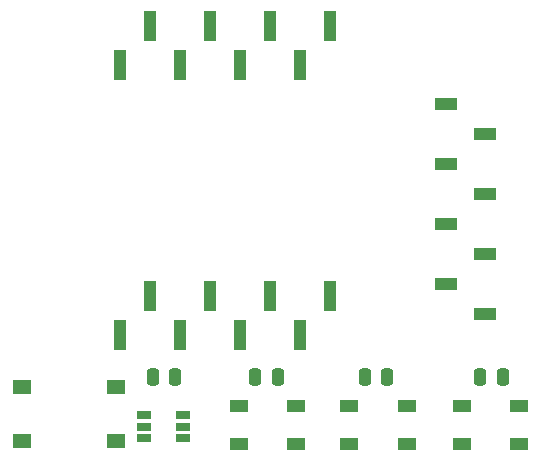
<source format=gtp>
%TF.GenerationSoftware,KiCad,Pcbnew,7.0.1*%
%TF.CreationDate,2023-03-22T16:32:41+01:00*%
%TF.ProjectId,iaq_device,6961715f-6465-4766-9963-652e6b696361,rev?*%
%TF.SameCoordinates,Original*%
%TF.FileFunction,Paste,Top*%
%TF.FilePolarity,Positive*%
%FSLAX46Y46*%
G04 Gerber Fmt 4.6, Leading zero omitted, Abs format (unit mm)*
G04 Created by KiCad (PCBNEW 7.0.1) date 2023-03-22 16:32:41*
%MOMM*%
%LPD*%
G01*
G04 APERTURE LIST*
G04 Aperture macros list*
%AMRoundRect*
0 Rectangle with rounded corners*
0 $1 Rounding radius*
0 $2 $3 $4 $5 $6 $7 $8 $9 X,Y pos of 4 corners*
0 Add a 4 corners polygon primitive as box body*
4,1,4,$2,$3,$4,$5,$6,$7,$8,$9,$2,$3,0*
0 Add four circle primitives for the rounded corners*
1,1,$1+$1,$2,$3*
1,1,$1+$1,$4,$5*
1,1,$1+$1,$6,$7*
1,1,$1+$1,$8,$9*
0 Add four rect primitives between the rounded corners*
20,1,$1+$1,$2,$3,$4,$5,0*
20,1,$1+$1,$4,$5,$6,$7,0*
20,1,$1+$1,$6,$7,$8,$9,0*
20,1,$1+$1,$8,$9,$2,$3,0*%
G04 Aperture macros list end*
%ADD10R,1.000000X2.510000*%
%ADD11RoundRect,0.250000X-0.250000X-0.475000X0.250000X-0.475000X0.250000X0.475000X-0.250000X0.475000X0*%
%ADD12R,1.300000X0.700000*%
%ADD13R,1.500000X1.000000*%
%ADD14R,1.550000X1.300000*%
%ADD15R,1.900000X1.000000*%
G04 APERTURE END LIST*
D10*
X126619000Y-77090000D03*
X124079000Y-80390000D03*
X121539000Y-77090000D03*
X118999000Y-80390000D03*
X116459000Y-77090000D03*
X113919000Y-80390000D03*
X111379000Y-77090000D03*
X108839000Y-80390000D03*
X108839000Y-103250000D03*
X111379000Y-99950000D03*
X113919000Y-103250000D03*
X116459000Y-99950000D03*
X118999000Y-103250000D03*
X121539000Y-99950000D03*
X124079000Y-103250000D03*
X126619000Y-99950000D03*
D11*
X111591000Y-106836000D03*
X113491000Y-106836000D03*
D12*
X110872000Y-110064000D03*
X110872000Y-111014000D03*
X110872000Y-111964000D03*
X114172000Y-111964000D03*
X114172000Y-111014000D03*
X114172000Y-110064000D03*
D13*
X118862000Y-109300000D03*
X118862000Y-112500000D03*
X123762000Y-112500000D03*
X123762000Y-109300000D03*
X128252000Y-109300000D03*
X128252000Y-112500000D03*
X133152000Y-112500000D03*
X133152000Y-109300000D03*
X137750000Y-109300000D03*
X137750000Y-112500000D03*
X142650000Y-112500000D03*
X142650000Y-109300000D03*
D11*
X120283500Y-106836000D03*
X122183500Y-106836000D03*
X129576500Y-106836000D03*
X131476500Y-106836000D03*
X139328500Y-106836000D03*
X141228500Y-106836000D03*
D14*
X100535000Y-107700000D03*
X108485000Y-107700000D03*
X100535000Y-112200000D03*
X108485000Y-112200000D03*
D15*
X136462500Y-83693000D03*
X139762500Y-86233000D03*
X136462500Y-88773000D03*
X139762500Y-91313000D03*
X136462500Y-93853000D03*
X139762500Y-96393000D03*
X136462500Y-98933000D03*
X139762500Y-101473000D03*
M02*

</source>
